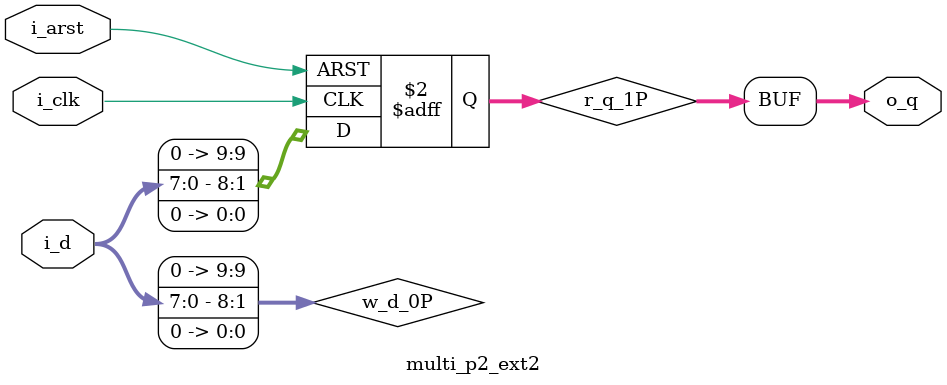
<source format=v>

module multi_p2_ext2
#(
	parameter	D_WIDTH	= 8
)
(
	input	i_arst,
	input	i_clk,
	
	input	[D_WIDTH-1:0]i_d,
	output	[D_WIDTH+2-1:0]o_q
);

reg		[D_WIDTH+2-1:0]r_q_1P;

wire	[D_WIDTH+2-1:0]w_d_0P;

assign	w_d_0P	= {1'b0, i_d, 1'b0};

always@(posedge i_arst or posedge i_clk)
begin
	if (i_arst)
		r_q_1P	<= {D_WIDTH+2{1'b0}};
	else
		r_q_1P	<= w_d_0P;
end

assign	o_q	= r_q_1P;

endmodule

</source>
